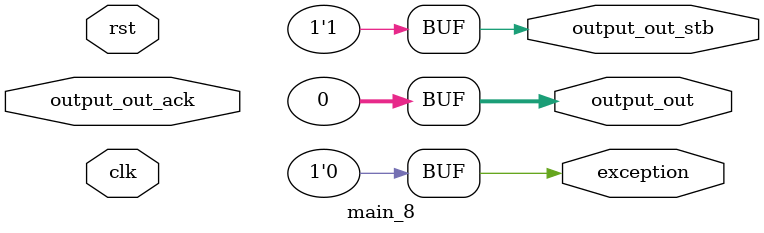
<source format=v>
module main_8 (output_out_ack,clk,rst,output_out,output_out_stb,exception);
  input output_out_ack;
  input clk;
  input rst;
  output [31:0] output_out;
  output output_out_stb;
  output exception;

  assign output_out = 0;
  assign output_out_stb = 1;
  assign exception = 0;
endmodule
</source>
